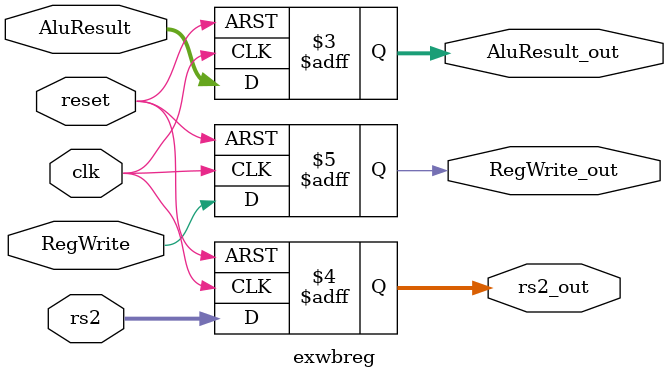
<source format=v>
module ifidreg (input clk, input reset, input [7:0] instruction, output reg [2:0]rs1, output reg [2:0] rs2, output reg [7:0]IFIDIR);

always@(posedge clk, negedge reset)
begin

if (reset==0)
begin
rs1<=0;
rs2<=0;
IFIDIR<=0;
end

else begin
rs1<=instruction[2:0];
rs2<=instruction[5:3];
IFIDIR<=instruction;
end

end
endmodule

module idexreg (input clk, 
		input reset, 
		input [2:0]rs1,
		input [2:0]rs2, 
		input [7:0]A, 
		input [7:0]B, 
		input RegWrite, 	
		input AluOp,
		output reg [2:0] rs1_out,
		output reg [2:0] rs2_out,
		output reg [7:0] A_out,
		output reg [7:0] B_out,
		output reg RegWrite_out,
		output reg AluOp_out );

always@(posedge clk, negedge reset)
begin

if (reset==0)
begin
rs1_out 	<=0;
rs2_out 	<=0;
A_out		<=0;
B_out		<=0;
RegWrite_out	<=0;
AluOp_out	<=0;
end

else
begin 
rs1_out		<=rs1;
rs2_out		<=rs2;
A_out		<=A;
B_out		<=B;
RegWrite_out	<=RegWrite;
AluOp_out	<=AluOp;
end
end

endmodule

module exwbreg (input clk, input reset, input [7:0]AluResult, input [2:0]rs2, input RegWrite,  
		output reg [7:0] AluResult_out,
		output reg [2:0] rs2_out,
		output reg RegWrite_out );

always @ (posedge clk , negedge reset)
begin

if(reset==0)
begin
AluResult_out<=0;
rs2_out<=0;
RegWrite_out<=0;
end

else
begin
AluResult_out<=AluResult;
rs2_out<=rs2;
RegWrite_out<=RegWrite;	
end

end
endmodule

</source>
